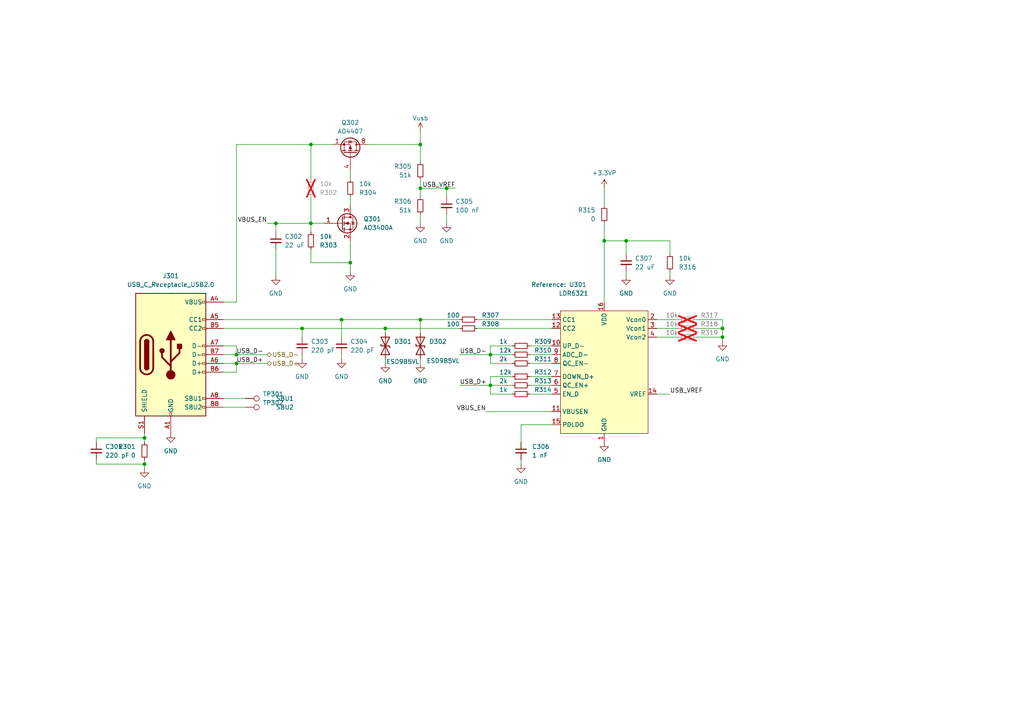
<source format=kicad_sch>
(kicad_sch (version 20231120) (generator "eeschema") (generator_version "7.99")
  (paper "A4")
  (lib_symbols
    (symbol "Connector:TestPoint" (pin_numbers hide) (pin_names (offset 0.762) hide)
      (property "Reference" "TP" (at 0 6.858 0))
      (property "Value" "TestPoint" (at 0 5.08 0))
      (symbol "TestPoint_0_1"
        (circle (center 0 3.302) (radius 0.762))
      )
      (symbol "TestPoint_1_1"
        (pin passive line (at 0 0 90) (length 2.54) (name "1") (number "1"))
      )
    )
    (symbol "Connector:USB_C_Receptacle_USB2.0" (pin_names (offset 1.016))
      (property "Reference" "J" (at -10.16 19.05 0))
      (property "Value" "USB_C_Receptacle_USB2.0" (at 19.05 19.05 0))
      (symbol "USB_C_Receptacle_USB2.0_0_0"
        (rectangle (start -0.254 -17.78) (end 0.254 -16.764))
        (rectangle (start 10.16 -14.986) (end 9.144 -15.494))
        (rectangle (start 10.16 -12.446) (end 9.144 -12.954))
        (rectangle (start 10.16 -4.826) (end 9.144 -5.334))
        (rectangle (start 10.16 -2.286) (end 9.144 -2.794))
        (rectangle (start 10.16 0.254) (end 9.144 -0.254))
        (rectangle (start 10.16 2.794) (end 9.144 2.286))
        (rectangle (start 10.16 7.874) (end 9.144 7.366))
        (rectangle (start 10.16 10.414) (end 9.144 9.906))
        (rectangle (start 10.16 15.494) (end 9.144 14.986))
      )
      (symbol "USB_C_Receptacle_USB2.0_0_1"
        (rectangle (start -10.16 17.78) (end 10.16 -17.78) (stroke (width 0.254)) (fill (type background)))
        (arc (start -8.89 -3.81) (mid -6.985 -5.7067) (end -5.08 -3.81) (stroke (width 0.508)))
        (arc (start -7.62 -3.81) (mid -6.985 -4.4423) (end -6.35 -3.81) (stroke (width 0.254)))
        (arc (start -7.62 -3.81) (mid -6.985 -4.4423) (end -6.35 -3.81) (stroke (width 0.254)) (fill (type outline)))
        (rectangle (start -7.62 -3.81) (end -6.35 3.81) (stroke (width 0.254)) (fill (type outline)))
        (arc (start -6.35 3.81) (mid -6.985 4.4423) (end -7.62 3.81) (stroke (width 0.254)))
        (arc (start -6.35 3.81) (mid -6.985 4.4423) (end -7.62 3.81) (stroke (width 0.254)) (fill (type outline)))
        (arc (start -5.08 3.81) (mid -6.985 5.7067) (end -8.89 3.81) (stroke (width 0.508)))
        (circle (center -2.54 1.143) (radius 0.635) (stroke (width 0.254)) (fill (type outline)))
        (circle (center 0 -5.842) (radius 1.27) (fill (type outline)))
        (polyline (pts (xy -8.89 -3.81) (xy -8.89 3.81)) (stroke (width 0.508)))
        (polyline (pts (xy -5.08 3.81) (xy -5.08 -3.81)) (stroke (width 0.508)))
        (polyline (pts (xy 0 -5.842) (xy 0 4.318)) (stroke (width 0.508)))
        (polyline (pts (xy 0 -3.302) (xy -2.54 -0.762) (xy -2.54 0.508)) (stroke (width 0.508)))
        (polyline (pts (xy 0 -2.032) (xy 2.54 0.508) (xy 2.54 1.778)) (stroke (width 0.508)))
        (polyline (pts (xy -1.27 4.318) (xy 0 6.858) (xy 1.27 4.318) (xy -1.27 4.318)) (stroke (width 0.254)) (fill (type outline)))
        (rectangle (start 1.905 1.778) (end 3.175 3.048) (stroke (width 0.254)) (fill (type outline)))
      )
      (symbol "USB_C_Receptacle_USB2.0_1_1"
        (pin passive line (at 0 -22.86 90) (length 5.08) (name "GND") (number "A1"))
        (pin passive line (at 0 -22.86 90) (length 5.08) hide (name "GND") (number "A12"))
        (pin passive line (at 15.24 15.24 180) (length 5.08) (name "VBUS") (number "A4"))
        (pin bidirectional line (at 15.24 10.16 180) (length 5.08) (name "CC1") (number "A5"))
        (pin bidirectional line (at 15.24 -2.54 180) (length 5.08) (name "D+") (number "A6"))
        (pin bidirectional line (at 15.24 2.54 180) (length 5.08) (name "D-") (number "A7"))
        (pin bidirectional line (at 15.24 -12.7 180) (length 5.08) (name "SBU1") (number "A8"))
        (pin passive line (at 15.24 15.24 180) (length 5.08) hide (name "VBUS") (number "A9"))
        (pin passive line (at 0 -22.86 90) (length 5.08) hide (name "GND") (number "B1"))
        (pin passive line (at 0 -22.86 90) (length 5.08) hide (name "GND") (number "B12"))
        (pin passive line (at 15.24 15.24 180) (length 5.08) hide (name "VBUS") (number "B4"))
        (pin bidirectional line (at 15.24 7.62 180) (length 5.08) (name "CC2") (number "B5"))
        (pin bidirectional line (at 15.24 -5.08 180) (length 5.08) (name "D+") (number "B6"))
        (pin bidirectional line (at 15.24 0 180) (length 5.08) (name "D-") (number "B7"))
        (pin bidirectional line (at 15.24 -15.24 180) (length 5.08) (name "SBU2") (number "B8"))
        (pin passive line (at 15.24 15.24 180) (length 5.08) hide (name "VBUS") (number "B9"))
        (pin passive line (at -7.62 -22.86 90) (length 5.08) (name "SHIELD") (number "S1"))
      )
    )
    (symbol "Device:C_Small" (pin_numbers hide) (pin_names (offset 0.254) hide)
      (property "Reference" "C" (at 0.254 1.778 0))
      (property "Value" "C_Small" (at 0.254 -2.032 0))
      (symbol "C_Small_0_1"
        (polyline (pts (xy -1.524 -0.508) (xy 1.524 -0.508)) (stroke (width 0.3302)))
        (polyline (pts (xy -1.524 0.508) (xy 1.524 0.508)) (stroke (width 0.3048)))
      )
      (symbol "C_Small_1_1"
        (pin passive line (at 0 2.54 270) (length 2.032) (name "~") (number "1"))
        (pin passive line (at 0 -2.54 90) (length 2.032) (name "~") (number "2"))
      )
    )
    (symbol "Device:D_TVS" (pin_numbers hide) (pin_names (offset 1.016) hide)
      (property "Reference" "D" (at 0 2.54 0))
      (property "Value" "D_TVS" (at 0 -2.54 0))
      (symbol "D_TVS_0_1"
        (polyline (pts (xy 1.27 0) (xy -1.27 0)))
        (polyline (pts (xy 0.508 1.27) (xy 0 1.27) (xy 0 -1.27) (xy -0.508 -1.27)) (stroke (width 0.254)))
        (polyline (pts (xy -2.54 1.27) (xy -2.54 -1.27) (xy 2.54 1.27) (xy 2.54 -1.27) (xy -2.54 1.27)) (stroke (width 0.254)))
      )
      (symbol "D_TVS_1_1"
        (pin passive line (at -3.81 0 0) (length 2.54) (name "A1") (number "1"))
        (pin passive line (at 3.81 0 180) (length 2.54) (name "A2") (number "2"))
      )
    )
    (symbol "Device:R_Small" (pin_numbers hide) (pin_names (offset 0.254) hide)
      (property "Reference" "R" (at 0.762 0.508 0))
      (property "Value" "R_Small" (at 0.762 -1.016 0))
      (symbol "R_Small_0_1"
        (rectangle (start -0.762 1.778) (end 0.762 -1.778) (stroke (width 0.2032)))
      )
      (symbol "R_Small_1_1"
        (pin passive line (at 0 2.54 270) (length 0.762) (name "~") (number "1"))
        (pin passive line (at 0 -2.54 90) (length 0.762) (name "~") (number "2"))
      )
    )
    (symbol "Transistor_FET:AO3400A" (pin_names hide)
      (property "Reference" "Q" (at 5.08 1.905 0))
      (property "Value" "AO3400A" (at 5.08 0 0))
      (symbol "AO3400A_0_1"
        (polyline (pts (xy 0.254 0) (xy -2.54 0)))
        (polyline (pts (xy 0.254 1.905) (xy 0.254 -1.905)) (stroke (width 0.254)))
        (polyline (pts (xy 0.762 -1.27) (xy 0.762 -2.286)) (stroke (width 0.254)))
        (polyline (pts (xy 0.762 0.508) (xy 0.762 -0.508)) (stroke (width 0.254)))
        (polyline (pts (xy 0.762 2.286) (xy 0.762 1.27)) (stroke (width 0.254)))
        (polyline (pts (xy 2.54 2.54) (xy 2.54 1.778)))
        (polyline (pts (xy 2.54 -2.54) (xy 2.54 0) (xy 0.762 0)))
        (polyline (pts (xy 0.762 -1.778) (xy 3.302 -1.778) (xy 3.302 1.778) (xy 0.762 1.778)))
        (polyline (pts (xy 1.016 0) (xy 2.032 0.381) (xy 2.032 -0.381) (xy 1.016 0)) (fill (type outline)))
        (polyline (pts (xy 2.794 0.508) (xy 2.921 0.381) (xy 3.683 0.381) (xy 3.81 0.254)))
        (polyline (pts (xy 3.302 0.381) (xy 2.921 -0.254) (xy 3.683 -0.254) (xy 3.302 0.381)))
        (circle (center 1.651 0) (radius 2.794) (stroke (width 0.254)))
        (circle (center 2.54 -1.778) (radius 0.254) (fill (type outline)))
        (circle (center 2.54 1.778) (radius 0.254) (fill (type outline)))
      )
      (symbol "AO3400A_1_1"
        (pin input line (at -5.08 0 0) (length 2.54) (name "G") (number "1"))
        (pin passive line (at 2.54 -5.08 90) (length 2.54) (name "S") (number "2"))
        (pin passive line (at 2.54 5.08 270) (length 2.54) (name "D") (number "3"))
      )
    )
    (symbol "Transistor_FET:FDS9435A" (pin_names hide)
      (property "Reference" "Q" (at 5.08 1.905 0))
      (property "Value" "FDS9435A" (at 5.08 0 0))
      (symbol "FDS9435A_0_1"
        (polyline (pts (xy 0.254 0) (xy -2.54 0)))
        (polyline (pts (xy 0.254 1.905) (xy 0.254 -1.905)) (stroke (width 0.254)))
        (polyline (pts (xy 0.762 -1.27) (xy 0.762 -2.286)) (stroke (width 0.254)))
        (polyline (pts (xy 0.762 0.508) (xy 0.762 -0.508)) (stroke (width 0.254)))
        (polyline (pts (xy 0.762 2.286) (xy 0.762 1.27)) (stroke (width 0.254)))
        (polyline (pts (xy 2.54 2.54) (xy 2.54 1.778)))
        (polyline (pts (xy 2.54 -2.54) (xy 2.54 0) (xy 0.762 0)))
        (polyline (pts (xy 0.762 1.778) (xy 3.302 1.778) (xy 3.302 -1.778) (xy 0.762 -1.778)))
        (polyline (pts (xy 2.286 0) (xy 1.27 0.381) (xy 1.27 -0.381) (xy 2.286 0)) (fill (type outline)))
        (polyline (pts (xy 2.794 -0.508) (xy 2.921 -0.381) (xy 3.683 -0.381) (xy 3.81 -0.254)))
        (polyline (pts (xy 3.302 -0.381) (xy 2.921 0.254) (xy 3.683 0.254) (xy 3.302 -0.381)))
        (circle (center 1.651 0) (radius 2.794) (stroke (width 0.254)))
        (circle (center 2.54 -1.778) (radius 0.254) (fill (type outline)))
        (circle (center 2.54 1.778) (radius 0.254) (fill (type outline)))
      )
      (symbol "FDS9435A_1_1"
        (pin passive line (at 2.54 -5.08 90) (length 2.54) (name "S") (number "1"))
        (pin passive line (at 2.54 -5.08 90) (length 2.54) hide (name "S") (number "2"))
        (pin passive line (at 2.54 -5.08 90) (length 2.54) hide (name "S") (number "3"))
        (pin passive line (at -5.08 0 0) (length 2.54) (name "G") (number "4"))
        (pin passive line (at 2.54 5.08 270) (length 2.54) hide (name "D") (number "5"))
        (pin passive line (at 2.54 5.08 270) (length 2.54) hide (name "D") (number "6"))
        (pin passive line (at 2.54 5.08 270) (length 2.54) hide (name "D") (number "7"))
        (pin passive line (at 2.54 5.08 270) (length 2.54) (name "D") (number "8"))
      )
    )
    (symbol "jtk_rf_libs:Vusb" (power) (in_bom no) (on_board no)
      (property "Value" "Vusb" (at 0 3.81 0))
      (symbol "Vusb_0_1"
        (polyline (pts (xy 0 0) (xy 0 2.54) (xy -0.635 1.27) (xy 0 2.54) (xy 0.635 1.27)))
      )
      (symbol "Vusb_1_1"
        (pin power_in line (at 0 0 0) (length 0) hide (name "Vusb") (number ""))
      )
    )
    (symbol "power:+3.3VP" (power) (pin_names (offset 0))
      (property "Value" "+3.3VP" (at 0 2.54 0))
      (symbol "+3.3VP_0_0"
        (pin power_in line (at 0 0 90) (length 0) hide (name "+3.3VP") (number "1"))
      )
      (symbol "+3.3VP_0_1"
        (polyline (pts (xy -0.762 1.27) (xy 0 2.54)))
        (polyline (pts (xy 0 0) (xy 0 2.54)))
        (polyline (pts (xy 0 2.54) (xy 0.762 1.27)))
      )
    )
    (symbol "power:GND" (power) (pin_names (offset 0))
      (property "Value" "GND" (at 0 -3.81 0))
      (symbol "GND_0_1"
        (polyline (pts (xy 0 0) (xy 0 -1.27) (xy 1.27 -1.27) (xy 0 -2.54) (xy -1.27 -1.27) (xy 0 -1.27)))
      )
      (symbol "GND_1_1"
        (pin power_in line (at 0 0 270) (length 0) hide (name "GND") (number "1"))
      )
    )
    (symbol "vna_mm:LDR6321"
      (property "Reference" "U" (at 5.08 21.59 0))
      (property "Value" "LDR6321" (at 1.27 8.89 0))
      (symbol "LDR6321_1_1"
        (rectangle (start -12.7 17.78) (end 12.7 -17.78) (fill (type background)))
        (pin power_in line (at 0 -20.32 90) (length 2.54) (name "GND") (number "1"))
        (pin bidirectional line (at 15.24 7.62 180) (length 2.54) (name "UP_D-") (number "10"))
        (pin output line (at 15.24 -11.43 180) (length 2.54) (name "VBUSEN") (number "11"))
        (pin bidirectional line (at 15.24 12.7 180) (length 2.54) (name "CC2") (number "12"))
        (pin bidirectional line (at 15.24 15.24 180) (length 2.54) (name "CC1") (number "13"))
        (pin input line (at -15.24 -6.35 0) (length 2.54) (name "VREF") (number "14"))
        (pin output line (at 15.24 -15.24 180) (length 2.54) (name "PDLDO") (number "15"))
        (pin power_in line (at 0 20.32 270) (length 2.54) (name "VDD") (number "16"))
        (pin input line (at -15.24 15.24 0) (length 2.54) (name "Vcon0") (number "2"))
        (pin input line (at -15.24 12.7 0) (length 2.54) (name "Vcon1") (number "3"))
        (pin input line (at -15.24 10.16 0) (length 2.54) (name "Vcon2") (number "4"))
        (pin bidirectional line (at 15.24 -6.35 180) (length 2.54) (name "EN_D") (number "5"))
        (pin output line (at 15.24 -3.81 180) (length 2.54) (name "QC_EN+") (number "6"))
        (pin bidirectional line (at 15.24 -1.27 180) (length 2.54) (name "DOWN_D+") (number "7"))
        (pin output line (at 15.24 2.54 180) (length 2.54) (name "QC_EN-") (number "8"))
        (pin bidirectional line (at 15.24 5.08 180) (length 2.54) (name "ADC_D-") (number "9"))
      )
    )
  )
  (junction (at 142.24 111.76))
  (junction (at 41.91 134.62))
  (junction (at 90.17 41.91))
  (junction (at 121.92 54.61))
  (junction (at 209.55 95.25))
  (junction (at 41.91 127))
  (junction (at 68.58 105.41))
  (junction (at 111.76 95.25))
  (junction (at 209.55 97.79))
  (junction (at 121.92 41.91))
  (junction (at 175.26 69.85))
  (junction (at 181.61 69.85))
  (junction (at 68.58 102.87))
  (junction (at 99.06 92.71))
  (junction (at 121.92 92.71))
  (junction (at 87.63 95.25))
  (junction (at 80.01 64.77))
  (junction (at 90.17 64.77))
  (junction (at 101.6 76.2))
  (junction (at 142.24 102.87))
  (junction (at 129.54 54.61))
  (wire (pts (xy 201.93 95.25) (xy 209.55 95.25)))
  (wire (pts (xy 151.13 128.27) (xy 151.13 123.19)))
  (wire (pts (xy 111.76 96.52) (xy 111.76 95.25)))
  (wire (pts (xy 68.58 102.87) (xy 64.77 102.87)))
  (wire (pts (xy 90.17 41.91) (xy 96.52 41.91)))
  (wire (pts (xy 142.24 109.22) (xy 142.24 111.76)))
  (wire (pts (xy 87.63 102.87) (xy 87.63 104.14)))
  (wire (pts (xy 153.67 105.41) (xy 160.02 105.41)))
  (wire (pts (xy 190.5 95.25) (xy 196.85 95.25)))
  (wire (pts (xy 68.58 41.91) (xy 90.17 41.91)))
  (wire (pts (xy 148.59 114.3) (xy 142.24 114.3)))
  (wire (pts (xy 41.91 125.73) (xy 41.91 127)))
  (wire (pts (xy 153.67 100.33) (xy 160.02 100.33)))
  (wire (pts (xy 80.01 64.77) (xy 80.01 67.31)))
  (wire (pts (xy 64.77 92.71) (xy 99.06 92.71)))
  (wire (pts (xy 64.77 100.33) (xy 68.58 100.33)))
  (wire (pts (xy 27.94 134.62) (xy 41.91 134.62)))
  (wire (pts (xy 153.67 114.3) (xy 160.02 114.3)))
  (wire (pts (xy 68.58 105.41) (xy 68.58 107.95)))
  (wire (pts (xy 151.13 133.35) (xy 151.13 134.62)))
  (wire (pts (xy 121.92 105.41) (xy 121.92 104.14)))
  (wire (pts (xy 209.55 95.25) (xy 209.55 97.79)))
  (wire (pts (xy 27.94 127) (xy 41.91 127)))
  (wire (pts (xy 90.17 52.07) (xy 90.17 41.91)))
  (wire (pts (xy 101.6 76.2) (xy 101.6 78.74)))
  (wire (pts (xy 27.94 128.27) (xy 27.94 127)))
  (wire (pts (xy 90.17 76.2) (xy 101.6 76.2)))
  (wire (pts (xy 90.17 64.77) (xy 90.17 67.31)))
  (wire (pts (xy 142.24 102.87) (xy 148.59 102.87)))
  (wire (pts (xy 190.5 97.79) (xy 196.85 97.79)))
  (wire (pts (xy 106.68 41.91) (xy 121.92 41.91)))
  (wire (pts (xy 175.26 64.77) (xy 175.26 69.85)))
  (wire (pts (xy 194.31 78.74) (xy 194.31 80.01)))
  (wire (pts (xy 148.59 100.33) (xy 142.24 100.33)))
  (wire (pts (xy 93.98 64.77) (xy 90.17 64.77)))
  (wire (pts (xy 175.26 87.63) (xy 175.26 69.85)))
  (wire (pts (xy 121.92 41.91) (xy 121.92 46.99)))
  (wire (pts (xy 80.01 72.39) (xy 80.01 80.01)))
  (wire (pts (xy 90.17 57.15) (xy 90.17 64.77)))
  (wire (pts (xy 68.58 102.87) (xy 77.47 102.87)))
  (wire (pts (xy 111.76 105.41) (xy 111.76 104.14)))
  (wire (pts (xy 121.92 52.07) (xy 121.92 54.61)))
  (wire (pts (xy 194.31 69.85) (xy 194.31 73.66)))
  (wire (pts (xy 129.54 62.23) (xy 129.54 64.77)))
  (wire (pts (xy 77.47 64.77) (xy 80.01 64.77)))
  (wire (pts (xy 138.43 95.25) (xy 160.02 95.25)))
  (wire (pts (xy 99.06 92.71) (xy 99.06 97.79)))
  (wire (pts (xy 101.6 49.53) (xy 101.6 52.07)))
  (wire (pts (xy 175.26 54.61) (xy 175.26 59.69)))
  (wire (pts (xy 181.61 69.85) (xy 181.61 73.66)))
  (wire (pts (xy 41.91 134.62) (xy 41.91 135.89)))
  (wire (pts (xy 181.61 69.85) (xy 194.31 69.85)))
  (wire (pts (xy 142.24 105.41) (xy 142.24 102.87)))
  (wire (pts (xy 99.06 102.87) (xy 99.06 104.14)))
  (wire (pts (xy 68.58 100.33) (xy 68.58 102.87)))
  (wire (pts (xy 153.67 111.76) (xy 160.02 111.76)))
  (wire (pts (xy 142.24 114.3) (xy 142.24 111.76)))
  (wire (pts (xy 142.24 100.33) (xy 142.24 102.87)))
  (wire (pts (xy 209.55 97.79) (xy 209.55 99.06)))
  (wire (pts (xy 68.58 105.41) (xy 77.47 105.41)))
  (wire (pts (xy 209.55 92.71) (xy 209.55 95.25)))
  (wire (pts (xy 87.63 95.25) (xy 111.76 95.25)))
  (wire (pts (xy 27.94 133.35) (xy 27.94 134.62)))
  (wire (pts (xy 138.43 92.71) (xy 160.02 92.71)))
  (wire (pts (xy 90.17 72.39) (xy 90.17 76.2)))
  (wire (pts (xy 140.97 119.38) (xy 160.02 119.38)))
  (wire (pts (xy 201.93 92.71) (xy 209.55 92.71)))
  (wire (pts (xy 41.91 133.35) (xy 41.91 134.62)))
  (wire (pts (xy 64.77 118.11) (xy 71.12 118.11)))
  (wire (pts (xy 121.92 92.71) (xy 133.35 92.71)))
  (wire (pts (xy 190.5 114.3) (xy 194.31 114.3)))
  (wire (pts (xy 121.92 92.71) (xy 121.92 96.52)))
  (wire (pts (xy 190.5 92.71) (xy 196.85 92.71)))
  (wire (pts (xy 201.93 97.79) (xy 209.55 97.79)))
  (wire (pts (xy 129.54 54.61) (xy 129.54 57.15)))
  (wire (pts (xy 41.91 127) (xy 41.91 128.27)))
  (wire (pts (xy 101.6 76.2) (xy 101.6 69.85)))
  (wire (pts (xy 181.61 78.74) (xy 181.61 80.01)))
  (wire (pts (xy 148.59 105.41) (xy 142.24 105.41)))
  (wire (pts (xy 111.76 95.25) (xy 133.35 95.25)))
  (wire (pts (xy 133.35 111.76) (xy 142.24 111.76)))
  (wire (pts (xy 101.6 57.15) (xy 101.6 59.69)))
  (wire (pts (xy 68.58 41.91) (xy 68.58 87.63)))
  (wire (pts (xy 153.67 109.22) (xy 160.02 109.22)))
  (wire (pts (xy 68.58 107.95) (xy 64.77 107.95)))
  (wire (pts (xy 121.92 54.61) (xy 129.54 54.61)))
  (wire (pts (xy 99.06 92.71) (xy 121.92 92.71)))
  (wire (pts (xy 148.59 109.22) (xy 142.24 109.22)))
  (wire (pts (xy 121.92 38.1) (xy 121.92 41.91)))
  (wire (pts (xy 153.67 102.87) (xy 160.02 102.87)))
  (wire (pts (xy 64.77 105.41) (xy 68.58 105.41)))
  (wire (pts (xy 64.77 95.25) (xy 87.63 95.25)))
  (wire (pts (xy 87.63 95.25) (xy 87.63 97.79)))
  (wire (pts (xy 151.13 123.19) (xy 160.02 123.19)))
  (wire (pts (xy 121.92 54.61) (xy 121.92 57.15)))
  (wire (pts (xy 129.54 54.61) (xy 132.08 54.61)))
  (wire (pts (xy 175.26 69.85) (xy 181.61 69.85)))
  (wire (pts (xy 64.77 115.57) (xy 71.12 115.57)))
  (wire (pts (xy 133.35 102.87) (xy 142.24 102.87)))
  (wire (pts (xy 121.92 62.23) (xy 121.92 64.77)))
  (wire (pts (xy 64.77 87.63) (xy 68.58 87.63)))
  (wire (pts (xy 80.01 64.77) (xy 90.17 64.77)))
  (wire (pts (xy 142.24 111.76) (xy 148.59 111.76)))
  (label "USB_D-" (at 68.58 102.87 0))
  (label "VBUS_EN" (at 77.47 64.77 180))
  (label "USB_D+" (at 133.35 111.76 0))
  (label "USB_VREF" (at 132.08 54.61 180))
  (label "VBUS_EN" (at 140.97 119.38 180))
  (label "USB_D-" (at 133.35 102.87 0))
  (label "USB_D+" (at 68.58 105.41 0))
  (label "USB_VREF" (at 194.31 114.3 0))
  (hierarchical_label "USB_D+" (shape bidirectional) (at 77.47 105.41 0))
  (hierarchical_label "USB_D-" (shape bidirectional) (at 77.47 102.87 0))
  (symbol (lib_id "Device:R_Small") (at 151.13 105.41 90) (mirror x) (unit 1)
    (property "Reference" "R311" (at 154.94 104.14 90) (effects (justify right)))
    (property "Value" "2k" (at 144.78 104.14 90) (effects (justify right)))
    (property "Footprint" "Resistor_SMD:R_0402_1005Metric" (effects (hide yes)))
    (property "LCSC Part #" "C4109" (effects (hide yes)))
  )
  (symbol (lib_id "Device:R_Small") (at 135.89 95.25 90) (mirror x) (unit 1)
    (property "Reference" "R308" (at 139.7 93.98 90) (effects (justify right)))
    (property "Value" "100" (at 129.54 93.98 90) (effects (justify right)))
    (property "Footprint" "Resistor_SMD:R_0402_1005Metric" (effects (hide yes)))
    (property "LCSC Part #" "C25076" (effects (hide yes)))
  )
  (symbol (lib_id "Device:R_Small") (at 151.13 109.22 90) (mirror x) (unit 1)
    (property "Reference" "R312" (at 154.94 107.95 90) (effects (justify right)))
    (property "Value" "12k" (at 144.78 107.95 90) (effects (justify right)))
    (property "Footprint" "Resistor_SMD:R_0402_1005Metric" (effects (hide yes)))
    (property "LCSC Part #" "C25752" (effects (hide yes)))
  )
  (symbol (lib_id "Device:R_Small") (at 90.17 69.85 0) (mirror y) (unit 1)
    (property "Reference" "R303" (at 92.71 71.12 0) (effects (justify right)))
    (property "Value" "10k" (at 92.71 68.58 0) (effects (justify right)))
    (property "Footprint" "Resistor_SMD:R_0402_1005Metric" (effects (hide yes)))
    (property "LCSC Part #" "C25744" (effects (hide yes)))
  )
  (symbol (lib_id "power:GND") (at 181.61 80.01 0) (mirror y) (unit 1)
    (property "Reference" "#PWR0314" (effects (hide yes)))
    (property "Value" "GND" (at 181.61 85.09 0))
  )
  (symbol (lib_id "vna_mm:LDR6321") (at 175.26 107.95 0) (mirror y) (unit 1)
    (property "Reference" "U301" (at 170.18 82.55 0) (show_name yes) (effects (justify left)))
    (property "Value" "LDR6321" (at 166.37 85.09 0))
    (property "Footprint" "Package_SO:SSOP-16_4.4x5.2mm_P0.65mm" (effects (hide yes)))
    (property "Datasheet" "https://datasheet.lcsc.com/lcsc/2111121930_Legendary-LDR6321_C2919632.pdf" (effects (hide yes)))
    (property "LCSC Part #" "C2919632" (effects (hide yes)))
  )
  (symbol (lib_id "Device:R_Small") (at 151.13 111.76 90) (mirror x) (unit 1)
    (property "Reference" "R313" (at 154.94 110.49 90) (effects (justify right)))
    (property "Value" "2k" (at 144.78 110.49 90) (effects (justify right)))
    (property "Footprint" "Resistor_SMD:R_0402_1005Metric" (effects (hide yes)))
    (property "LCSC Part #" "C4109" (effects (hide yes)))
  )
  (symbol (lib_id "power:GND") (at 101.6 78.74 0) (mirror y) (unit 1)
    (property "Reference" "#PWR0306" (effects (hide yes)))
    (property "Value" "GND" (at 101.6 83.82 0))
  )
  (symbol (lib_id "power:GND") (at 129.54 64.77 0) (unit 1)
    (property "Reference" "#PWR0310" (effects (hide yes)))
    (property "Value" "GND" (at 129.54 69.85 0))
  )
  (symbol (lib_id "Device:C_Small") (at 151.13 130.81 0) (unit 1)
    (property "Reference" "C306" (at 154.305 129.5463 0) (effects (justify left)))
    (property "Value" "1 nF" (at 154.305 132.0863 0) (effects (justify left)))
    (property "Footprint" "Capacitor_SMD:C_0402_1005Metric" (effects (hide yes)))
    (property "LCSC Part #" "C1523" (effects (hide yes)))
  )
  (symbol (lib_id "Connector:TestPoint") (at 71.12 118.11 270) (unit 1) (in_bom no)
    (property "Reference" "TP302" (at 76.2 116.84 90) (effects (justify left)))
    (property "Value" "SBU2" (at 80.01 118.11 90) (effects (justify left)))
    (property "Footprint" "TestPoint:TestPoint_Pad_D1.0mm" (effects (hide yes)))
    (property "LCSC Part #" "DNI" (effects (hide yes)))
  )
  (symbol (lib_id "jtk_rf_libs:Vusb") (at 121.92 38.1 0) (unit 1) (in_bom no) (on_board no)
    (property "Reference" "#PWR#0301" (effects (hide yes)))
    (property "Value" "Vusb" (at 121.92 34.29 0))
  )
  (symbol (lib_id "power:GND") (at 151.13 134.62 0) (mirror y) (unit 1)
    (property "Reference" "#PWR0311" (effects (hide yes)))
    (property "Value" "GND" (at 151.13 139.7 0))
  )
  (symbol (lib_id "Device:R_Small") (at 121.92 49.53 0) (mirror x) (unit 1)
    (property "Reference" "R305" (at 119.38 48.26 0) (effects (justify right)))
    (property "Value" "51k" (at 119.38 50.8 0) (effects (justify right)))
    (property "Footprint" "Resistor_SMD:R_0402_1005Metric" (effects (hide yes)))
    (property "LCSC Part #" "C25794" (effects (hide yes)))
  )
  (symbol (lib_id "power:GND") (at 80.01 80.01 0) (mirror y) (unit 1)
    (property "Reference" "#PWR0303" (effects (hide yes)))
    (property "Value" "GND" (at 80.01 85.09 0))
  )
  (symbol (lib_id "power:GND") (at 194.31 80.01 0) (mirror y) (unit 1)
    (property "Reference" "#PWR0315" (effects (hide yes)))
    (property "Value" "GND" (at 194.31 85.09 0))
  )
  (symbol (lib_id "power:+3.3VP") (at 175.26 54.61 0) (unit 1)
    (property "Reference" "#PWR0312" (effects (hide yes)))
    (property "Value" "+3.3VP" (at 175.26 50.165 0))
  )
  (symbol (lib_id "power:GND") (at 99.06 104.14 0) (unit 1)
    (property "Reference" "#PWR0305" (effects (hide yes)))
    (property "Value" "GND" (at 99.06 109.22 0))
  )
  (symbol (lib_id "Device:R_Small") (at 101.6 54.61 0) (mirror y) (unit 1)
    (property "Reference" "R304" (at 104.14 55.88 0) (effects (justify right)))
    (property "Value" "10k" (at 104.14 53.34 0) (effects (justify right)))
    (property "Footprint" "Resistor_SMD:R_0402_1005Metric" (effects (hide yes)))
    (property "LCSC Part #" "C25744" (effects (hide yes)))
  )
  (symbol (lib_id "Device:C_Small") (at 99.06 100.33 0) (unit 1)
    (property "Reference" "C304" (at 101.6 99.0663 0) (effects (justify left)))
    (property "Value" "220 pF" (at 101.6 101.6063 0) (effects (justify left)))
    (property "Footprint" "Capacitor_SMD:C_0402_1005Metric" (effects (hide yes)))
    (property "LCSC Part #" "C1530" (effects (hide yes)))
  )
  (symbol (lib_id "Device:R_Small") (at 199.39 95.25 90) (mirror x) (unit 1) (dnp yes)
    (property "Reference" "R318" (at 203.2 93.98 90) (effects (justify right)))
    (property "Value" "10k" (at 193.04 93.98 90) (effects (justify right)))
    (property "Footprint" "Resistor_SMD:R_0402_1005Metric" (effects (hide yes)))
    (property "LCSC Part #" "C25744" (effects (hide yes)))
  )
  (symbol (lib_id "Device:R_Small") (at 121.92 59.69 0) (mirror x) (unit 1)
    (property "Reference" "R306" (at 119.38 58.42 0) (effects (justify right)))
    (property "Value" "51k" (at 119.38 60.96 0) (effects (justify right)))
    (property "Footprint" "Resistor_SMD:R_0402_1005Metric" (effects (hide yes)))
    (property "LCSC Part #" "C25794" (effects (hide yes)))
  )
  (symbol (lib_id "Device:R_Small") (at 151.13 102.87 90) (mirror x) (unit 1)
    (property "Reference" "R310" (at 154.94 101.6 90) (effects (justify right)))
    (property "Value" "12k" (at 144.78 101.6 90) (effects (justify right)))
    (property "Footprint" "Resistor_SMD:R_0402_1005Metric" (effects (hide yes)))
    (property "LCSC Part #" "C25752" (effects (hide yes)))
  )
  (symbol (lib_id "Device:R_Small") (at 135.89 92.71 90) (mirror x) (unit 1)
    (property "Reference" "R307" (at 139.7 91.44 90) (effects (justify right)))
    (property "Value" "100" (at 129.54 91.44 90) (effects (justify right)))
    (property "Footprint" "Resistor_SMD:R_0402_1005Metric" (effects (hide yes)))
    (property "LCSC Part #" "C25076" (effects (hide yes)))
  )
  (symbol (lib_id "Device:C_Small") (at 87.63 100.33 0) (unit 1)
    (property "Reference" "C303" (at 90.17 99.0663 0) (effects (justify left)))
    (property "Value" "220 pF" (at 90.17 101.6063 0) (effects (justify left)))
    (property "Footprint" "Capacitor_SMD:C_0402_1005Metric" (effects (hide yes)))
    (property "LCSC Part #" "C1530" (effects (hide yes)))
  )
  (symbol (lib_id "power:GND") (at 121.92 64.77 0) (unit 1)
    (property "Reference" "#PWR0308" (effects (hide yes)))
    (property "Value" "GND" (at 121.92 69.85 0))
  )
  (symbol (lib_id "Device:R_Small") (at 90.17 54.61 0) (mirror y) (unit 1) (dnp yes)
    (property "Reference" "R302" (at 92.71 55.88 0) (effects (justify right)))
    (property "Value" "10k" (at 92.71 53.34 0) (effects (justify right)))
    (property "Footprint" "Resistor_SMD:R_0402_1005Metric" (effects (hide yes)))
    (property "LCSC Part #" "C25744" (effects (hide yes)))
  )
  (symbol (lib_id "Device:C_Small") (at 181.61 76.2 0) (unit 1)
    (property "Reference" "C307" (at 184.15 74.9363 0) (effects (justify left)))
    (property "Value" "22 uF" (at 184.15 77.4763 0) (effects (justify left)))
    (property "Footprint" "Capacitor_SMD:C_0805_2012Metric" (effects (hide yes)))
    (property "LCSC Part #" "C45783" (effects (hide yes)))
  )
  (symbol (lib_id "Device:R_Small") (at 175.26 62.23 0) (mirror x) (unit 1)
    (property "Reference" "R315" (at 172.72 60.96 0) (effects (justify right)))
    (property "Value" "0" (at 172.72 63.5 0) (effects (justify right)))
    (property "Footprint" "Resistor_SMD:R_0402_1005Metric" (effects (hide yes)))
    (property "LCSC Part #" "C17168" (effects (hide yes)))
  )
  (symbol (lib_id "power:GND") (at 121.92 105.41 0) (unit 1)
    (property "Reference" "#PWR0309" (effects (hide yes)))
    (property "Value" "GND" (at 121.92 110.49 0))
  )
  (symbol (lib_id "Transistor_FET:FDS9435A") (at 101.6 44.45 270) (mirror x) (unit 1)
    (property "Reference" "Q302" (at 101.6 35.56 90))
    (property "Value" "AO4407" (at 101.6 38.1 90))
    (property "Footprint" "Package_SO:SOIC-8_3.9x4.9mm_P1.27mm" (effects (hide yes)))
    (property "Datasheet" "https://www.onsemi.com/pub/Collateral/FDS9435A-D.PDF" (effects (hide yes)))
    (property "LCSC Part #" "C5370947" (effects (hide yes)))
  )
  (symbol (lib_id "power:GND") (at 41.91 135.89 0) (unit 1)
    (property "Reference" "#PWR0301" (effects (hide yes)))
    (property "Value" "GND" (at 41.91 140.97 0))
  )
  (symbol (lib_id "power:GND") (at 209.55 99.06 0) (mirror y) (unit 1)
    (property "Reference" "#PWR0316" (effects (hide yes)))
    (property "Value" "GND" (at 209.55 104.14 0))
  )
  (symbol (lib_id "power:GND") (at 111.76 105.41 0) (unit 1)
    (property "Reference" "#PWR0307" (effects (hide yes)))
    (property "Value" "GND" (at 111.76 110.49 0))
  )
  (symbol (lib_id "Device:D_TVS") (at 111.76 100.33 90) (unit 1)
    (property "Reference" "D301" (at 114.3 99.0599 90) (effects (justify right)))
    (property "Value" "ESD9B5VL" (at 112.014 104.902 90) (effects (justify right)))
    (property "Footprint" "jtk_rf_footprints:DFN1006-2" (effects (hide yes)))
    (property "LCSC Part #" "C2827544" (effects (hide yes)))
  )
  (symbol (lib_id "Device:R_Small") (at 199.39 97.79 90) (mirror x) (unit 1) (dnp yes)
    (property "Reference" "R319" (at 203.2 96.52 90) (effects (justify right)))
    (property "Value" "10k" (at 193.04 96.52 90) (effects (justify right)))
    (property "Footprint" "Resistor_SMD:R_0402_1005Metric" (effects (hide yes)))
    (property "LCSC Part #" "C25744" (effects (hide yes)))
  )
  (symbol (lib_id "power:GND") (at 87.63 104.14 0) (unit 1)
    (property "Reference" "#PWR0304" (effects (hide yes)))
    (property "Value" "GND" (at 87.63 109.22 0))
  )
  (symbol (lib_id "Device:R_Small") (at 151.13 114.3 90) (mirror x) (unit 1)
    (property "Reference" "R314" (at 154.94 113.03 90) (effects (justify right)))
    (property "Value" "1k" (at 144.78 113.03 90) (effects (justify right)))
    (property "Footprint" "Resistor_SMD:R_0402_1005Metric" (effects (hide yes)))
    (property "LCSC Part #" "C11702" (effects (hide yes)))
  )
  (symbol (lib_id "power:GND") (at 49.53 125.73 0) (unit 1)
    (property "Reference" "#PWR0302" (effects (hide yes)))
    (property "Value" "GND" (at 49.53 130.81 0))
  )
  (symbol (lib_id "power:GND") (at 175.26 128.27 0) (mirror y) (unit 1)
    (property "Reference" "#PWR0313" (effects (hide yes)))
    (property "Value" "GND" (at 175.26 133.35 0))
  )
  (symbol (lib_id "Device:C_Small") (at 27.94 130.81 0) (unit 1)
    (property "Reference" "C301" (at 30.48 129.5463 0) (effects (justify left)))
    (property "Value" "220 pF" (at 30.48 132.0863 0) (effects (justify left)))
    (property "Footprint" "Capacitor_SMD:C_0402_1005Metric" (effects (hide yes)))
    (property "LCSC Part #" "C1530" (effects (hide yes)))
  )
  (symbol (lib_id "Device:R_Small") (at 41.91 130.81 0) (mirror x) (unit 1)
    (property "Reference" "R301" (at 39.37 129.54 0) (effects (justify right)))
    (property "Value" "0" (at 39.37 132.08 0) (effects (justify right)))
    (property "Footprint" "Resistor_SMD:R_0402_1005Metric" (effects (hide yes)))
    (property "LCSC Part #" "C17168" (effects (hide yes)))
  )
  (symbol (lib_id "Transistor_FET:AO3400A") (at 99.06 64.77 0) (unit 1)
    (property "Reference" "Q301" (at 105.41 63.5 0) (effects (justify left)))
    (property "Value" "AO3400A" (at 105.41 66.04 0) (effects (justify left)))
    (property "Footprint" "Package_TO_SOT_SMD:SOT-23" (effects (hide yes)))
    (property "Datasheet" "http://www.aosmd.com/pdfs/datasheet/AO3400A.pdf" (effects (hide yes)))
    (property "LCSC Part #" "C20917" (effects (hide yes)))
  )
  (symbol (lib_id "Connector:USB_C_Receptacle_USB2.0") (at 49.53 102.87 0) (unit 1)
    (property "Reference" "J301" (at 49.53 80.01 0))
    (property "Value" "USB_C_Receptacle_USB2.0" (at 49.53 82.55 0))
    (property "Footprint" "Connector_USB:USB_C_Receptacle_G-Switch_GT-USB-7010ASV" (effects (hide yes)))
    (property "Datasheet" "https://www.usb.org/sites/default/files/documents/usb_type-c.zip" (effects (hide yes)))
    (property "LCSC Part #" "C2988369" (effects (hide yes)))
  )
  (symbol (lib_id "Device:R_Small") (at 199.39 92.71 90) (mirror x) (unit 1) (dnp yes)
    (property "Reference" "R317" (at 203.2 91.44 90) (effects (justify right)))
    (property "Value" "10k" (at 193.04 91.44 90) (effects (justify right)))
    (property "Footprint" "Resistor_SMD:R_0402_1005Metric" (effects (hide yes)))
    (property "LCSC Part #" "C25744" (effects (hide yes)))
  )
  (symbol (lib_id "Device:C_Small") (at 80.01 69.85 0) (unit 1)
    (property "Reference" "C302" (at 82.55 68.5863 0) (effects (justify left)))
    (property "Value" "22 uF" (at 82.55 71.1263 0) (effects (justify left)))
    (property "Footprint" "Capacitor_SMD:C_0805_2012Metric" (effects (hide yes)))
    (property "LCSC Part #" "C45783" (effects (hide yes)))
  )
  (symbol (lib_id "Device:C_Small") (at 129.54 59.69 0) (unit 1)
    (property "Reference" "C305" (at 132.08 58.4263 0) (effects (justify left)))
    (property "Value" "100 nF" (at 132.08 60.9663 0) (effects (justify left)))
    (property "Footprint" "Capacitor_SMD:C_0402_1005Metric" (effects (hide yes)))
    (property "LCSC Part #" "C307331" (effects (hide yes)))
  )
  (symbol (lib_id "Device:D_TVS") (at 121.92 100.33 90) (unit 1)
    (property "Reference" "D302" (at 124.46 99.0599 90) (effects (justify right)))
    (property "Value" "ESD9B5VL" (at 123.698 104.648 90) (effects (justify right)))
    (property "Footprint" "jtk_rf_footprints:DFN1006-2" (effects (hide yes)))
    (property "LCSC Part #" "C2827544" (effects (hide yes)))
  )
  (symbol (lib_id "Device:R_Small") (at 151.13 100.33 90) (mirror x) (unit 1)
    (property "Reference" "R309" (at 154.94 99.06 90) (effects (justify right)))
    (property "Value" "1k" (at 144.78 99.06 90) (effects (justify right)))
    (property "Footprint" "Resistor_SMD:R_0402_1005Metric" (effects (hide yes)))
    (property "LCSC Part #" "C11702" (effects (hide yes)))
  )
  (symbol (lib_id "Connector:TestPoint") (at 71.12 115.57 270) (unit 1) (in_bom no)
    (property "Reference" "TP301" (at 76.2 114.3 90) (effects (justify left)))
    (property "Value" "SBU1" (at 80.01 115.57 90) (effects (justify left)))
    (property "Footprint" "TestPoint:TestPoint_Pad_D1.0mm" (effects (hide yes)))
    (property "LCSC Part #" "DNI" (effects (hide yes)))
  )
  (symbol (lib_id "Device:R_Small") (at 194.31 76.2 0) (mirror y) (unit 1)
    (property "Reference" "R316" (at 196.85 77.47 0) (effects (justify right)))
    (property "Value" "10k" (at 196.85 74.93 0) (effects (justify right)))
    (property "Footprint" "Resistor_SMD:R_0402_1005Metric" (effects (hide yes)))
    (property "LCSC Part #" "C25744" (effects (hide yes)))
  )
)
</source>
